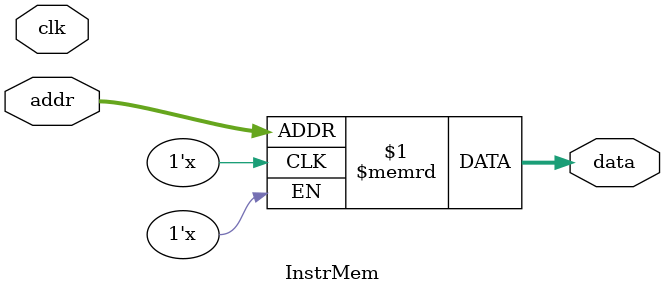
<source format=v>
`ifndef INSTRMEM_V
`define INSTRMEM_V

module InstrMem(
    input       wire            clk,
    input       wire    [6:0]   addr, 
    output      wire    [31:0]  data
);
    // 32-bit memory with 128 entries
	reg [31:0] mem [0:127];             
	
    // Load requested instrucion into data output
	assign data = mem[addr];

    /* 
    // Old way of initializing memory, 
    // Now we do it in testbench

    // Number of memory entries,
    // not the same as the memory size
	parameter NMEM = 128;  
							
    // file to read data from
	parameter IM_DATA = "im_data.hex";
    initial begin
	    $readmemh(IM_DATA, mem, 0, NMEM-1);
	end
    */
endmodule

`endif

</source>
